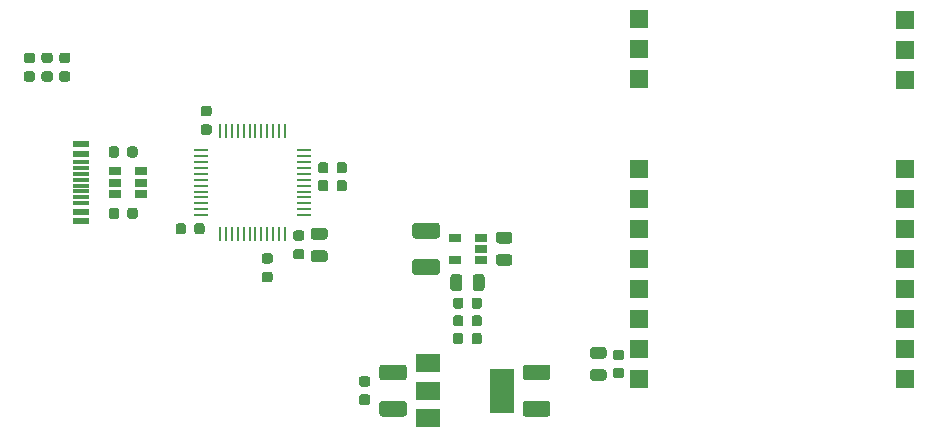
<source format=gbr>
G04 #@! TF.GenerationSoftware,KiCad,Pcbnew,5.1.8-db9833491~87~ubuntu20.04.1*
G04 #@! TF.CreationDate,2020-11-25T01:05:05+01:00*
G04 #@! TF.ProjectId,otto,6f74746f-2e6b-4696-9361-645f70636258,v1.0*
G04 #@! TF.SameCoordinates,Original*
G04 #@! TF.FileFunction,Paste,Top*
G04 #@! TF.FilePolarity,Positive*
%FSLAX46Y46*%
G04 Gerber Fmt 4.6, Leading zero omitted, Abs format (unit mm)*
G04 Created by KiCad (PCBNEW 5.1.8-db9833491~87~ubuntu20.04.1) date 2020-11-25 01:05:05*
%MOMM*%
%LPD*%
G01*
G04 APERTURE LIST*
%ADD10R,1.300000X0.250000*%
%ADD11R,0.250000X1.300000*%
%ADD12R,2.000000X3.800000*%
%ADD13R,2.000000X1.500000*%
%ADD14R,1.450000X0.300000*%
%ADD15R,1.450000X0.600000*%
%ADD16R,1.060000X0.650000*%
%ADD17R,1.500000X1.500000*%
G04 APERTURE END LIST*
G36*
G01*
X171740000Y-129175000D02*
X172240000Y-129175000D01*
G75*
G02*
X172465000Y-129400000I0J-225000D01*
G01*
X172465000Y-129850000D01*
G75*
G02*
X172240000Y-130075000I-225000J0D01*
G01*
X171740000Y-130075000D01*
G75*
G02*
X171515000Y-129850000I0J225000D01*
G01*
X171515000Y-129400000D01*
G75*
G02*
X171740000Y-129175000I225000J0D01*
G01*
G37*
G36*
G01*
X171740000Y-127625000D02*
X172240000Y-127625000D01*
G75*
G02*
X172465000Y-127850000I0J-225000D01*
G01*
X172465000Y-128300000D01*
G75*
G02*
X172240000Y-128525000I-225000J0D01*
G01*
X171740000Y-128525000D01*
G75*
G02*
X171515000Y-128300000I0J225000D01*
G01*
X171515000Y-127850000D01*
G75*
G02*
X171740000Y-127625000I225000J0D01*
G01*
G37*
G36*
G01*
X160425000Y-123443750D02*
X160425000Y-123956250D01*
G75*
G02*
X160206250Y-124175000I-218750J0D01*
G01*
X159768750Y-124175000D01*
G75*
G02*
X159550000Y-123956250I0J218750D01*
G01*
X159550000Y-123443750D01*
G75*
G02*
X159768750Y-123225000I218750J0D01*
G01*
X160206250Y-123225000D01*
G75*
G02*
X160425000Y-123443750I0J-218750D01*
G01*
G37*
G36*
G01*
X158850000Y-123443750D02*
X158850000Y-123956250D01*
G75*
G02*
X158631250Y-124175000I-218750J0D01*
G01*
X158193750Y-124175000D01*
G75*
G02*
X157975000Y-123956250I0J218750D01*
G01*
X157975000Y-123443750D01*
G75*
G02*
X158193750Y-123225000I218750J0D01*
G01*
X158631250Y-123225000D01*
G75*
G02*
X158850000Y-123443750I0J-218750D01*
G01*
G37*
D10*
X145350000Y-116250000D03*
X145350000Y-115750000D03*
X145350000Y-115250000D03*
X145350000Y-114750000D03*
X145350000Y-114250000D03*
X145350000Y-113750000D03*
X145350000Y-113250000D03*
X145350000Y-112750000D03*
X145350000Y-112250000D03*
X145350000Y-111750000D03*
X145350000Y-111250000D03*
X145350000Y-110750000D03*
D11*
X143750000Y-109150000D03*
X143250000Y-109150000D03*
X142750000Y-109150000D03*
X142250000Y-109150000D03*
X141750000Y-109150000D03*
X141250000Y-109150000D03*
X140750000Y-109150000D03*
X140250000Y-109150000D03*
X139750000Y-109150000D03*
X139250000Y-109150000D03*
X138750000Y-109150000D03*
X138250000Y-109150000D03*
D10*
X136650000Y-110750000D03*
X136650000Y-111250000D03*
X136650000Y-111750000D03*
X136650000Y-112250000D03*
X136650000Y-112750000D03*
X136650000Y-113250000D03*
X136650000Y-113750000D03*
X136650000Y-114250000D03*
X136650000Y-114750000D03*
X136650000Y-115250000D03*
X136650000Y-115750000D03*
X136650000Y-116250000D03*
D11*
X138250000Y-117850000D03*
X138750000Y-117850000D03*
X139250000Y-117850000D03*
X139750000Y-117850000D03*
X140250000Y-117850000D03*
X140750000Y-117850000D03*
X141250000Y-117850000D03*
X141750000Y-117850000D03*
X142250000Y-117850000D03*
X142750000Y-117850000D03*
X143250000Y-117850000D03*
X143750000Y-117850000D03*
G36*
G01*
X131275000Y-110643750D02*
X131275000Y-111156250D01*
G75*
G02*
X131056250Y-111375000I-218750J0D01*
G01*
X130618750Y-111375000D01*
G75*
G02*
X130400000Y-111156250I0J218750D01*
G01*
X130400000Y-110643750D01*
G75*
G02*
X130618750Y-110425000I218750J0D01*
G01*
X131056250Y-110425000D01*
G75*
G02*
X131275000Y-110643750I0J-218750D01*
G01*
G37*
G36*
G01*
X129700000Y-110643750D02*
X129700000Y-111156250D01*
G75*
G02*
X129481250Y-111375000I-218750J0D01*
G01*
X129043750Y-111375000D01*
G75*
G02*
X128825000Y-111156250I0J218750D01*
G01*
X128825000Y-110643750D01*
G75*
G02*
X129043750Y-110425000I218750J0D01*
G01*
X129481250Y-110425000D01*
G75*
G02*
X129700000Y-110643750I0J-218750D01*
G01*
G37*
G36*
G01*
X135370000Y-117153750D02*
X135370000Y-117666250D01*
G75*
G02*
X135151250Y-117885000I-218750J0D01*
G01*
X134713750Y-117885000D01*
G75*
G02*
X134495000Y-117666250I0J218750D01*
G01*
X134495000Y-117153750D01*
G75*
G02*
X134713750Y-116935000I218750J0D01*
G01*
X135151250Y-116935000D01*
G75*
G02*
X135370000Y-117153750I0J-218750D01*
G01*
G37*
G36*
G01*
X136945000Y-117153750D02*
X136945000Y-117666250D01*
G75*
G02*
X136726250Y-117885000I-218750J0D01*
G01*
X136288750Y-117885000D01*
G75*
G02*
X136070000Y-117666250I0J218750D01*
G01*
X136070000Y-117153750D01*
G75*
G02*
X136288750Y-116935000I218750J0D01*
G01*
X136726250Y-116935000D01*
G75*
G02*
X136945000Y-117153750I0J-218750D01*
G01*
G37*
G36*
G01*
X144653750Y-117545000D02*
X145166250Y-117545000D01*
G75*
G02*
X145385000Y-117763750I0J-218750D01*
G01*
X145385000Y-118201250D01*
G75*
G02*
X145166250Y-118420000I-218750J0D01*
G01*
X144653750Y-118420000D01*
G75*
G02*
X144435000Y-118201250I0J218750D01*
G01*
X144435000Y-117763750D01*
G75*
G02*
X144653750Y-117545000I218750J0D01*
G01*
G37*
G36*
G01*
X144653750Y-119120000D02*
X145166250Y-119120000D01*
G75*
G02*
X145385000Y-119338750I0J-218750D01*
G01*
X145385000Y-119776250D01*
G75*
G02*
X145166250Y-119995000I-218750J0D01*
G01*
X144653750Y-119995000D01*
G75*
G02*
X144435000Y-119776250I0J218750D01*
G01*
X144435000Y-119338750D01*
G75*
G02*
X144653750Y-119120000I218750J0D01*
G01*
G37*
G36*
G01*
X137336250Y-107870000D02*
X136823750Y-107870000D01*
G75*
G02*
X136605000Y-107651250I0J218750D01*
G01*
X136605000Y-107213750D01*
G75*
G02*
X136823750Y-106995000I218750J0D01*
G01*
X137336250Y-106995000D01*
G75*
G02*
X137555000Y-107213750I0J-218750D01*
G01*
X137555000Y-107651250D01*
G75*
G02*
X137336250Y-107870000I-218750J0D01*
G01*
G37*
G36*
G01*
X137336250Y-109445000D02*
X136823750Y-109445000D01*
G75*
G02*
X136605000Y-109226250I0J218750D01*
G01*
X136605000Y-108788750D01*
G75*
G02*
X136823750Y-108570000I218750J0D01*
G01*
X137336250Y-108570000D01*
G75*
G02*
X137555000Y-108788750I0J-218750D01*
G01*
X137555000Y-109226250D01*
G75*
G02*
X137336250Y-109445000I-218750J0D01*
G01*
G37*
G36*
G01*
X146545000Y-112496250D02*
X146545000Y-111983750D01*
G75*
G02*
X146763750Y-111765000I218750J0D01*
G01*
X147201250Y-111765000D01*
G75*
G02*
X147420000Y-111983750I0J-218750D01*
G01*
X147420000Y-112496250D01*
G75*
G02*
X147201250Y-112715000I-218750J0D01*
G01*
X146763750Y-112715000D01*
G75*
G02*
X146545000Y-112496250I0J218750D01*
G01*
G37*
G36*
G01*
X148120000Y-112496250D02*
X148120000Y-111983750D01*
G75*
G02*
X148338750Y-111765000I218750J0D01*
G01*
X148776250Y-111765000D01*
G75*
G02*
X148995000Y-111983750I0J-218750D01*
G01*
X148995000Y-112496250D01*
G75*
G02*
X148776250Y-112715000I-218750J0D01*
G01*
X148338750Y-112715000D01*
G75*
G02*
X148120000Y-112496250I0J218750D01*
G01*
G37*
G36*
G01*
X146545000Y-114006250D02*
X146545000Y-113493750D01*
G75*
G02*
X146763750Y-113275000I218750J0D01*
G01*
X147201250Y-113275000D01*
G75*
G02*
X147420000Y-113493750I0J-218750D01*
G01*
X147420000Y-114006250D01*
G75*
G02*
X147201250Y-114225000I-218750J0D01*
G01*
X146763750Y-114225000D01*
G75*
G02*
X146545000Y-114006250I0J218750D01*
G01*
G37*
G36*
G01*
X148120000Y-114006250D02*
X148120000Y-113493750D01*
G75*
G02*
X148338750Y-113275000I218750J0D01*
G01*
X148776250Y-113275000D01*
G75*
G02*
X148995000Y-113493750I0J-218750D01*
G01*
X148995000Y-114006250D01*
G75*
G02*
X148776250Y-114225000I-218750J0D01*
G01*
X148338750Y-114225000D01*
G75*
G02*
X148120000Y-114006250I0J218750D01*
G01*
G37*
G36*
G01*
X129700000Y-115843750D02*
X129700000Y-116356250D01*
G75*
G02*
X129481250Y-116575000I-218750J0D01*
G01*
X129043750Y-116575000D01*
G75*
G02*
X128825000Y-116356250I0J218750D01*
G01*
X128825000Y-115843750D01*
G75*
G02*
X129043750Y-115625000I218750J0D01*
G01*
X129481250Y-115625000D01*
G75*
G02*
X129700000Y-115843750I0J-218750D01*
G01*
G37*
G36*
G01*
X131275000Y-115843750D02*
X131275000Y-116356250D01*
G75*
G02*
X131056250Y-116575000I-218750J0D01*
G01*
X130618750Y-116575000D01*
G75*
G02*
X130400000Y-116356250I0J218750D01*
G01*
X130400000Y-115843750D01*
G75*
G02*
X130618750Y-115625000I218750J0D01*
G01*
X131056250Y-115625000D01*
G75*
G02*
X131275000Y-115843750I0J-218750D01*
G01*
G37*
G36*
G01*
X141983750Y-119475000D02*
X142496250Y-119475000D01*
G75*
G02*
X142715000Y-119693750I0J-218750D01*
G01*
X142715000Y-120131250D01*
G75*
G02*
X142496250Y-120350000I-218750J0D01*
G01*
X141983750Y-120350000D01*
G75*
G02*
X141765000Y-120131250I0J218750D01*
G01*
X141765000Y-119693750D01*
G75*
G02*
X141983750Y-119475000I218750J0D01*
G01*
G37*
G36*
G01*
X141983750Y-121050000D02*
X142496250Y-121050000D01*
G75*
G02*
X142715000Y-121268750I0J-218750D01*
G01*
X142715000Y-121706250D01*
G75*
G02*
X142496250Y-121925000I-218750J0D01*
G01*
X141983750Y-121925000D01*
G75*
G02*
X141765000Y-121706250I0J218750D01*
G01*
X141765000Y-121268750D01*
G75*
G02*
X141983750Y-121050000I218750J0D01*
G01*
G37*
G36*
G01*
X122366250Y-104945000D02*
X121853750Y-104945000D01*
G75*
G02*
X121635000Y-104726250I0J218750D01*
G01*
X121635000Y-104288750D01*
G75*
G02*
X121853750Y-104070000I218750J0D01*
G01*
X122366250Y-104070000D01*
G75*
G02*
X122585000Y-104288750I0J-218750D01*
G01*
X122585000Y-104726250D01*
G75*
G02*
X122366250Y-104945000I-218750J0D01*
G01*
G37*
G36*
G01*
X122366250Y-103370000D02*
X121853750Y-103370000D01*
G75*
G02*
X121635000Y-103151250I0J218750D01*
G01*
X121635000Y-102713750D01*
G75*
G02*
X121853750Y-102495000I218750J0D01*
G01*
X122366250Y-102495000D01*
G75*
G02*
X122585000Y-102713750I0J-218750D01*
G01*
X122585000Y-103151250D01*
G75*
G02*
X122366250Y-103370000I-218750J0D01*
G01*
G37*
G36*
G01*
X123866250Y-103370000D02*
X123353750Y-103370000D01*
G75*
G02*
X123135000Y-103151250I0J218750D01*
G01*
X123135000Y-102713750D01*
G75*
G02*
X123353750Y-102495000I218750J0D01*
G01*
X123866250Y-102495000D01*
G75*
G02*
X124085000Y-102713750I0J-218750D01*
G01*
X124085000Y-103151250D01*
G75*
G02*
X123866250Y-103370000I-218750J0D01*
G01*
G37*
G36*
G01*
X123866250Y-104945000D02*
X123353750Y-104945000D01*
G75*
G02*
X123135000Y-104726250I0J218750D01*
G01*
X123135000Y-104288750D01*
G75*
G02*
X123353750Y-104070000I218750J0D01*
G01*
X123866250Y-104070000D01*
G75*
G02*
X124085000Y-104288750I0J-218750D01*
G01*
X124085000Y-104726250D01*
G75*
G02*
X123866250Y-104945000I-218750J0D01*
G01*
G37*
G36*
G01*
X125366250Y-104945000D02*
X124853750Y-104945000D01*
G75*
G02*
X124635000Y-104726250I0J218750D01*
G01*
X124635000Y-104288750D01*
G75*
G02*
X124853750Y-104070000I218750J0D01*
G01*
X125366250Y-104070000D01*
G75*
G02*
X125585000Y-104288750I0J-218750D01*
G01*
X125585000Y-104726250D01*
G75*
G02*
X125366250Y-104945000I-218750J0D01*
G01*
G37*
G36*
G01*
X125366250Y-103370000D02*
X124853750Y-103370000D01*
G75*
G02*
X124635000Y-103151250I0J218750D01*
G01*
X124635000Y-102713750D01*
G75*
G02*
X124853750Y-102495000I218750J0D01*
G01*
X125366250Y-102495000D01*
G75*
G02*
X125585000Y-102713750I0J-218750D01*
G01*
X125585000Y-103151250D01*
G75*
G02*
X125366250Y-103370000I-218750J0D01*
G01*
G37*
G36*
G01*
X158850000Y-126443750D02*
X158850000Y-126956250D01*
G75*
G02*
X158631250Y-127175000I-218750J0D01*
G01*
X158193750Y-127175000D01*
G75*
G02*
X157975000Y-126956250I0J218750D01*
G01*
X157975000Y-126443750D01*
G75*
G02*
X158193750Y-126225000I218750J0D01*
G01*
X158631250Y-126225000D01*
G75*
G02*
X158850000Y-126443750I0J-218750D01*
G01*
G37*
G36*
G01*
X160425000Y-126443750D02*
X160425000Y-126956250D01*
G75*
G02*
X160206250Y-127175000I-218750J0D01*
G01*
X159768750Y-127175000D01*
G75*
G02*
X159550000Y-126956250I0J218750D01*
G01*
X159550000Y-126443750D01*
G75*
G02*
X159768750Y-126225000I218750J0D01*
G01*
X160206250Y-126225000D01*
G75*
G02*
X160425000Y-126443750I0J-218750D01*
G01*
G37*
G36*
G01*
X157975000Y-125456250D02*
X157975000Y-124943750D01*
G75*
G02*
X158193750Y-124725000I218750J0D01*
G01*
X158631250Y-124725000D01*
G75*
G02*
X158850000Y-124943750I0J-218750D01*
G01*
X158850000Y-125456250D01*
G75*
G02*
X158631250Y-125675000I-218750J0D01*
G01*
X158193750Y-125675000D01*
G75*
G02*
X157975000Y-125456250I0J218750D01*
G01*
G37*
G36*
G01*
X159550000Y-125456250D02*
X159550000Y-124943750D01*
G75*
G02*
X159768750Y-124725000I218750J0D01*
G01*
X160206250Y-124725000D01*
G75*
G02*
X160425000Y-124943750I0J-218750D01*
G01*
X160425000Y-125456250D01*
G75*
G02*
X160206250Y-125675000I-218750J0D01*
G01*
X159768750Y-125675000D01*
G75*
G02*
X159550000Y-125456250I0J218750D01*
G01*
G37*
G36*
G01*
X156625001Y-121300000D02*
X154774999Y-121300000D01*
G75*
G02*
X154525000Y-121050001I0J249999D01*
G01*
X154525000Y-120224999D01*
G75*
G02*
X154774999Y-119975000I249999J0D01*
G01*
X156625001Y-119975000D01*
G75*
G02*
X156875000Y-120224999I0J-249999D01*
G01*
X156875000Y-121050001D01*
G75*
G02*
X156625001Y-121300000I-249999J0D01*
G01*
G37*
G36*
G01*
X156625001Y-118225000D02*
X154774999Y-118225000D01*
G75*
G02*
X154525000Y-117975001I0J249999D01*
G01*
X154525000Y-117149999D01*
G75*
G02*
X154774999Y-116900000I249999J0D01*
G01*
X156625001Y-116900000D01*
G75*
G02*
X156875000Y-117149999I0J-249999D01*
G01*
X156875000Y-117975001D01*
G75*
G02*
X156625001Y-118225000I-249999J0D01*
G01*
G37*
D12*
X162120000Y-131100000D03*
D13*
X155820000Y-131100000D03*
X155820000Y-133400000D03*
X155820000Y-128800000D03*
G36*
G01*
X151974999Y-131975000D02*
X153825001Y-131975000D01*
G75*
G02*
X154075000Y-132224999I0J-249999D01*
G01*
X154075000Y-133050001D01*
G75*
G02*
X153825001Y-133300000I-249999J0D01*
G01*
X151974999Y-133300000D01*
G75*
G02*
X151725000Y-133050001I0J249999D01*
G01*
X151725000Y-132224999D01*
G75*
G02*
X151974999Y-131975000I249999J0D01*
G01*
G37*
G36*
G01*
X151974999Y-128900000D02*
X153825001Y-128900000D01*
G75*
G02*
X154075000Y-129149999I0J-249999D01*
G01*
X154075000Y-129975001D01*
G75*
G02*
X153825001Y-130225000I-249999J0D01*
G01*
X151974999Y-130225000D01*
G75*
G02*
X151725000Y-129975001I0J249999D01*
G01*
X151725000Y-129149999D01*
G75*
G02*
X151974999Y-128900000I249999J0D01*
G01*
G37*
G36*
G01*
X164124999Y-128900000D02*
X165975001Y-128900000D01*
G75*
G02*
X166225000Y-129149999I0J-249999D01*
G01*
X166225000Y-129975001D01*
G75*
G02*
X165975001Y-130225000I-249999J0D01*
G01*
X164124999Y-130225000D01*
G75*
G02*
X163875000Y-129975001I0J249999D01*
G01*
X163875000Y-129149999D01*
G75*
G02*
X164124999Y-128900000I249999J0D01*
G01*
G37*
G36*
G01*
X164124999Y-131975000D02*
X165975001Y-131975000D01*
G75*
G02*
X166225000Y-132224999I0J-249999D01*
G01*
X166225000Y-133050001D01*
G75*
G02*
X165975001Y-133300000I-249999J0D01*
G01*
X164124999Y-133300000D01*
G75*
G02*
X163875000Y-133050001I0J249999D01*
G01*
X163875000Y-132224999D01*
G75*
G02*
X164124999Y-131975000I249999J0D01*
G01*
G37*
G36*
G01*
X169823750Y-127425000D02*
X170736250Y-127425000D01*
G75*
G02*
X170980000Y-127668750I0J-243750D01*
G01*
X170980000Y-128156250D01*
G75*
G02*
X170736250Y-128400000I-243750J0D01*
G01*
X169823750Y-128400000D01*
G75*
G02*
X169580000Y-128156250I0J243750D01*
G01*
X169580000Y-127668750D01*
G75*
G02*
X169823750Y-127425000I243750J0D01*
G01*
G37*
G36*
G01*
X169823750Y-129300000D02*
X170736250Y-129300000D01*
G75*
G02*
X170980000Y-129543750I0J-243750D01*
G01*
X170980000Y-130031250D01*
G75*
G02*
X170736250Y-130275000I-243750J0D01*
G01*
X169823750Y-130275000D01*
G75*
G02*
X169580000Y-130031250I0J243750D01*
G01*
X169580000Y-129543750D01*
G75*
G02*
X169823750Y-129300000I243750J0D01*
G01*
G37*
G36*
G01*
X162756250Y-120525000D02*
X161843750Y-120525000D01*
G75*
G02*
X161600000Y-120281250I0J243750D01*
G01*
X161600000Y-119793750D01*
G75*
G02*
X161843750Y-119550000I243750J0D01*
G01*
X162756250Y-119550000D01*
G75*
G02*
X163000000Y-119793750I0J-243750D01*
G01*
X163000000Y-120281250D01*
G75*
G02*
X162756250Y-120525000I-243750J0D01*
G01*
G37*
G36*
G01*
X162756250Y-118650000D02*
X161843750Y-118650000D01*
G75*
G02*
X161600000Y-118406250I0J243750D01*
G01*
X161600000Y-117918750D01*
G75*
G02*
X161843750Y-117675000I243750J0D01*
G01*
X162756250Y-117675000D01*
G75*
G02*
X163000000Y-117918750I0J-243750D01*
G01*
X163000000Y-118406250D01*
G75*
G02*
X162756250Y-118650000I-243750J0D01*
G01*
G37*
G36*
G01*
X160650000Y-121485000D02*
X160650000Y-122435000D01*
G75*
G02*
X160400000Y-122685000I-250000J0D01*
G01*
X159900000Y-122685000D01*
G75*
G02*
X159650000Y-122435000I0J250000D01*
G01*
X159650000Y-121485000D01*
G75*
G02*
X159900000Y-121235000I250000J0D01*
G01*
X160400000Y-121235000D01*
G75*
G02*
X160650000Y-121485000I0J-250000D01*
G01*
G37*
G36*
G01*
X158750000Y-121485000D02*
X158750000Y-122435000D01*
G75*
G02*
X158500000Y-122685000I-250000J0D01*
G01*
X158000000Y-122685000D01*
G75*
G02*
X157750000Y-122435000I0J250000D01*
G01*
X157750000Y-121485000D01*
G75*
G02*
X158000000Y-121235000I250000J0D01*
G01*
X158500000Y-121235000D01*
G75*
G02*
X158750000Y-121485000I0J-250000D01*
G01*
G37*
D14*
X126465000Y-113240000D03*
X126465000Y-115240000D03*
X126465000Y-114740000D03*
X126465000Y-114240000D03*
X126465000Y-113740000D03*
X126465000Y-112740000D03*
X126465000Y-112240000D03*
X126465000Y-111740000D03*
D15*
X126465000Y-116740000D03*
X126465000Y-115940000D03*
X126465000Y-111040000D03*
X126465000Y-110240000D03*
X126465000Y-110240000D03*
X126465000Y-111040000D03*
X126465000Y-115940000D03*
X126465000Y-116740000D03*
D16*
X131560000Y-114450000D03*
X131560000Y-113500000D03*
X131560000Y-112550000D03*
X129360000Y-112550000D03*
X129360000Y-114450000D03*
X129360000Y-113500000D03*
D17*
X196250000Y-119980000D03*
X196250000Y-122520000D03*
X196250000Y-125060000D03*
X196250000Y-127600000D03*
X196250000Y-130140000D03*
X173750000Y-130140000D03*
X173750000Y-127600000D03*
X173750000Y-125060000D03*
X173750000Y-122520000D03*
X173750000Y-119980000D03*
X173750000Y-117440000D03*
X173750000Y-114900000D03*
X173750000Y-112360000D03*
X173750000Y-104760000D03*
X173750000Y-102220000D03*
X173750000Y-99680000D03*
X196250000Y-117440000D03*
X196250000Y-114900000D03*
X196250000Y-112360000D03*
X196250000Y-104790000D03*
X196250000Y-102250000D03*
X196250000Y-99710000D03*
D16*
X160350000Y-120050000D03*
X160350000Y-119100000D03*
X160350000Y-118150000D03*
X158150000Y-118150000D03*
X158150000Y-120050000D03*
G36*
G01*
X150740000Y-132325000D02*
X150240000Y-132325000D01*
G75*
G02*
X150015000Y-132100000I0J225000D01*
G01*
X150015000Y-131650000D01*
G75*
G02*
X150240000Y-131425000I225000J0D01*
G01*
X150740000Y-131425000D01*
G75*
G02*
X150965000Y-131650000I0J-225000D01*
G01*
X150965000Y-132100000D01*
G75*
G02*
X150740000Y-132325000I-225000J0D01*
G01*
G37*
G36*
G01*
X150740000Y-130775000D02*
X150240000Y-130775000D01*
G75*
G02*
X150015000Y-130550000I0J225000D01*
G01*
X150015000Y-130100000D01*
G75*
G02*
X150240000Y-129875000I225000J0D01*
G01*
X150740000Y-129875000D01*
G75*
G02*
X150965000Y-130100000I0J-225000D01*
G01*
X150965000Y-130550000D01*
G75*
G02*
X150740000Y-130775000I-225000J0D01*
G01*
G37*
G36*
G01*
X146175000Y-117320000D02*
X147125000Y-117320000D01*
G75*
G02*
X147375000Y-117570000I0J-250000D01*
G01*
X147375000Y-118070000D01*
G75*
G02*
X147125000Y-118320000I-250000J0D01*
G01*
X146175000Y-118320000D01*
G75*
G02*
X145925000Y-118070000I0J250000D01*
G01*
X145925000Y-117570000D01*
G75*
G02*
X146175000Y-117320000I250000J0D01*
G01*
G37*
G36*
G01*
X146175000Y-119220000D02*
X147125000Y-119220000D01*
G75*
G02*
X147375000Y-119470000I0J-250000D01*
G01*
X147375000Y-119970000D01*
G75*
G02*
X147125000Y-120220000I-250000J0D01*
G01*
X146175000Y-120220000D01*
G75*
G02*
X145925000Y-119970000I0J250000D01*
G01*
X145925000Y-119470000D01*
G75*
G02*
X146175000Y-119220000I250000J0D01*
G01*
G37*
M02*

</source>
